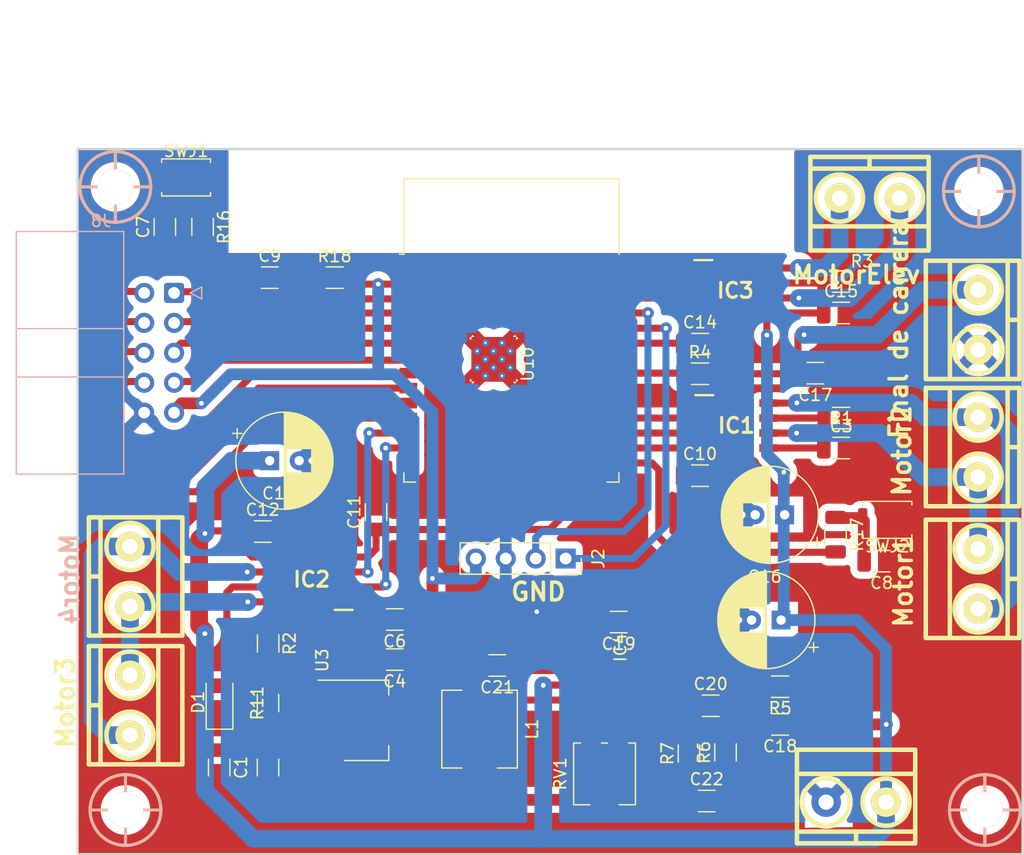
<source format=kicad_pcb>
(kicad_pcb (version 20221018) (generator pcbnew)
  (layers (0 "F.Cu" signal) (31 "B.Cu" signal) (34 "B.Paste" user) (35 "F.Paste" user) (36 "B.SilkS" user "B.Silkscreen") (37 "F.SilkS" user "F.Silkscreen") (38 "B.Mask" user) (39 "F.Mask" user) (44 "Edge.Cuts" user))
  (net 0 "")
  (net 1 "GND")
  (net 2 "/Vin")
  (net 3 "/3V3")
  (net 4 "Net-(SWJ1-B)")
  (net 5 "Net-(SWJ2-B)")
  (net 6 "/EN")
  (net 7 "Net-(J11-Pin_1)")
  (net 8 "Net-(D1-A)")
  (net 9 "/EnA")
  (net 10 "/EnB")
  (net 11 "/EN Elev")
  (net 12 "Net-(IC1-OUT2)")
  (net 13 "Net-(IC1-OUT1)")
  (net 14 "Net-(IC1-RS)")
  (net 15 "/IN3")
  (net 16 "/IN4")
  (net 17 "Net-(IC2-OUT1)")
  (net 18 "Net-(IC2-RS)")
  (net 19 "Net-(IC2-OUT2)")
  (net 20 "/IN5")
  (net 21 "/IN6")
  (net 22 "Net-(IC3-OUT1)")
  (net 23 "Net-(IC3-RS)")
  (net 24 "Net-(IC3-OUT2)")
  (net 25 "/RXD0")
  (net 26 "/TXD0")
  (net 27 "/Sen1")
  (net 28 "/Sen2")
  (net 29 "/Sen3")
  (net 30 "/Sen4")
  (net 31 "/Sen5")
  (net 32 "/Sen6")
  (net 33 "/Sen7")
  (net 34 "/FC")
  (net 35 "/BOOT")
  (net 36 "/IN2")
  (net 37 "/IN1")
  (net 47 "/Sen8")
  (net 50 "/5V")
  (net 51 "Net-(IC4-SS)")
  (net 52 "Net-(IC4-COMP)")
  (net 53 "Net-(C20-Pad2)")
  (net 54 "Net-(IC4-BS)")
  (net 55 "Net-(IC4-SW)")
  (net 56 "Net-(IC4-EN)")
  (net 57 "Net-(IC4-FB)")
  (footprint "Capacitor_SMD:C_1206_3216Metric" (layer "F.Cu") (at 145.0435 73.3596)
    (fp_text reference "C9")
    (fp_text value "0.1u")
  )
  (footprint "EESTN5:hole_3mm" (layer "F.Cu") (at 132.8045 118.5216)
    (fp_text reference "hole_3mm" hide)
    (fp_text value "VAL**" hide)
  )
  (footprint "Resistor_SMD:R_1206_3216Metric" (layer "F.Cu") (at 193.523 85.273)
    (fp_text reference "R1")
    (fp_text value "0.22")
  )
  (footprint "Resistor_SMD:R_1206_3216Metric" (layer "F.Cu") (at 193.5105 73.6906)
    (fp_text reference "R3")
    (fp_text value "0.22")
  )
  (footprint "Resistor_SMD:R_1206_3216Metric" (layer "F.Cu") (at 193.0435 95.1596 -90)
    (fp_text reference "R17")
    (fp_text value "100k")
  )
  (footprint "Capacitor_SMD:C_1206_3216Metric" (layer "F.Cu") (at 144.8949 114.9148 -90)
    (fp_text reference "C2" hide)
    (fp_text value "0.1u")
  )
  (footprint "Capacitor_SMD:C_1206_3216Metric" (layer "F.Cu") (at 182.4482 109.6772)
    (fp_text reference "C20")
    (fp_text value "4.8n")
  )
  (footprint "EESTN5:BORNERA2_AZUL" (layer "F.Cu") (at 133.1855 98.7096 -90)
    (fp_text reference "J6" hide)
    (fp_text value "Motor4")
  )
  (footprint "EESTN5:BORNERA2_AZUL" (layer "F.Cu") (at 205.13735 98.9128 90)
    (fp_text reference "J4" hide)
    (fp_text value "Motor1")
  )
  (footprint "LibraryPERSONALES:SOIC127P600X170-9N" (layer "F.Cu") (at 148.6033 98.9636 180)
    (fp_text reference "IC2")
    (fp_text value "TB67H450AFNG,EL" hide)
  )
  (footprint "Capacitor_SMD:C_1206_3216Metric" (layer "F.Cu") (at 193.5105 76.3576)
    (fp_text reference "C15")
    (fp_text value "0.1u")
  )
  (footprint "EESTN5:BORNERA2_AZUL" (layer "F.Cu") (at 195.9235 66.61035 180)
    (fp_text reference "J7" hide)
    (fp_text value "MotorElev")
  )
  (footprint "EESTN5:hole_3mm" (layer "F.Cu") (at 205.7025 118.5216)
    (fp_text reference "hole_3mm" hide)
    (fp_text value "VAL**" hide)
  )
  (footprint "Capacitor_SMD:C_1206_3216Metric" (layer "F.Cu") (at 174.6435 102.5772 180)
    (fp_text reference "C19")
    (fp_text value "0.1u")
  )
  (footprint "Resistor_SMD:R_1206_3216Metric" (layer "F.Cu") (at 144.907 104.394 -90)
    (fp_text reference "R2")
    (fp_text value "0.22")
  )
  (footprint "Button_Switch_SMD:SW_Push_SPST_NO_Alps_SKRK" (layer "F.Cu") (at 137.9435 64.8596)
    (fp_text reference "SWJ1")
    (fp_text value "SW_MEC_5G")
  )
  (footprint "LibraryPERSONALES:SO8-TH" (layer "F.Cu") (at 173.5173 108.5596 -90)
    (fp_text reference "IC4")
    (fp_text value "MP2307")
  )
  (footprint "Resistor_SMD:R_1206_3216Metric" (layer "F.Cu") (at 181.5435 81.5138)
    (fp_text reference "R4")
    (fp_text value "100k")
  )
  (footprint "Capacitor_SMD:C_1206_3216Metric" (layer "F.Cu") (at 181.5435 90.1596)
    (fp_text reference "C10")
    (fp_text value "0.1u")
  )
  (footprint "Capacitor_SMD:C_1206_3216Metric" (layer "F.Cu") (at 140.7547 114.9148 -90)
    (fp_text reference "C1")
    (fp_text value "10u")
  )
  (footprint "LibraryPERSONALES:SOIC127P600X170-9N" (layer "F.Cu") (at 184.6205 85.908)
    (fp_text reference "IC1")
    (fp_text value "TB67H450AFNG,EL" hide)
  )
  (footprint "EESTN5:BORNERA2_AZUL" (layer "F.Cu") (at 205.13735 87.7368 90)
    (fp_text reference "J3" hide)
    (fp_text value "Motor2")
  )
  (footprint "Capacitor_SMD:C_1206_3216Metric" (layer "F.Cu") (at 182.108 117.7596)
    (fp_text reference "C22")
    (fp_text value "12u")
  )
  (footprint "Capacitor_SMD:C_1206_3216Metric" (layer "F.Cu") (at 136.1435 69.0596 90)
    (fp_text reference "C7")
    (fp_text value "0.1u")
  )
  (footprint "Capacitor_SMD:C_1206_3216Metric" (layer "F.Cu") (at 144.4435 94.8996)
    (fp_text reference "C12")
    (fp_text value "0.1u")
  )
  (footprint "EESTN5:BORNERA2_AZUL" (layer "F.Cu") (at 205.1437 76.9418 90)
    (fp_text reference "J11" hide)
    (fp_text value "Final de carrera")
  )
  (footprint "Resistor_SMD:R_1206_3216Metric" (layer "F.Cu") (at 183.7056 113.6341 90)
    (fp_text reference "R6")
    (fp_text value "8.2k")
  )
  (footprint "Inductor_SMD:L_6.3x6.3_H3" (layer "F.Cu") (at 162.8435 111.6596 -90)
    (fp_text reference "L1")
    (fp_text value "2u")
  )
  (footprint "Capacitor_SMD:C_1206_3216Metric" (layer "F.Cu") (at 181.5435 78.9992)
    (fp_text reference "C14")
    (fp_text value "0.1u" hide)
  )
  (footprint "Capacitor_SMD:C_1206_3216Metric" (layer "F.Cu") (at 155.6435 105.7596 180)
    (fp_text reference "C4")
    (fp_text value "0.1u")
  )
  (footprint "RF_Module:ESP32-WROOM-32D" (layer "F.Cu") (at 165.5435 80.8216)
    (fp_text reference "U10")
    (fp_text value "ESP32-WROOM-32")
  )
  (footprint "Resistor_SMD:R_1206_3216Metric" (layer "F.Cu") (at 139.3435 69.0596 -90)
    (fp_text reference "R16")
    (fp_text value "100k")
  )
  (footprint "Capacitor_THT:CP_Radial_D8.0mm_P2.50mm" (layer "F.Cu") (at 188.720951 93.4772 180)
    (fp_text reference "C16")
    (fp_text value "100u")
  )
  (footprint "Capacitor_SMD:C_1206_3216Metric" (layer "F.Cu") (at 154.0585 93.2486 90)
    (fp_text reference "C11")
    (fp_text value "0.1u")
  )
  (footprint "Capacitor_SMD:C_1206_3216Metric" (layer "F.Cu") (at 196.9435 97.4096 180)
    (fp_text reference "C8")
    (fp_text value "0.1u")
  )
  (footprint "EESTN5:hole_3mm" (layer "F.Cu") (at 131.9435 65.6596)
    (fp_text reference "hole_3mm" hide)
    (fp_text value "VAL**" hide)
  )
  (footprint "Package_TO_SOT_SMD:SOT-223-3_TabPin2" (layer "F.Cu") (at 153.2265 110.9156)
    (fp_text reference "U3")
    (fp_text value "AMS1117-3.3")
  )
  (footprint "Resistor_SMD:R_1206_3216Metric" (layer "F.Cu") (at 144.8949 109.4538 90)
    (fp_text reference "R11")
    (fp_text value "5.1k")
  )
  (footprint "Resistor_SMD:R_1206_3216Metric" (layer "F.Cu") (at 180.6056 113.7341 90)
    (fp_text reference "R7")
    (fp_text value "8.2k")
  )
  (footprint "EESTN5:hole_3mm" (layer "F.Cu") (at 205.1945 66.0452)
    (fp_text reference "hole_3mm" hide)
    (fp_text value "VAL**" hide)
  )
  (footprint "Capacitor_THT:CP_Radial_D8.0mm_P2.50mm" (layer "F.Cu") (at 188.421351 102.409 180)
    (fp_text reference "C5" hide)
    (fp_text value "100u" hide)
  )
  (footprint "LED_SMD:LED_1206_3216Metric" (layer "F.Cu") (at 140.7801 109.3776 90)
    (fp_text reference "D1")
    (fp_text value "LED")
  )
  (footprint "Capacitor_THT:CP_Radial_D8.0mm_P2.50mm" (layer "F.Cu") (at 145.0365 88.89051)
    (fp_text reference "C13")
    (fp_text value "100u")
  )
  (footprint "Capacitor_SMD:C_1206_3216Metric" (layer "F.Cu") (at 155.6435 102.3596 180)
    (fp_text reference "C6")
    (fp_text value "10u")
  )
  (footprint "EESTN5:BORNERA2_AZUL" (layer "F.Cu") (at 194.7805 117.85485)
    (fp_text reference "J1" hide)
    (fp_text value "Alimentacion 12V" hide)
  )
  (footprint "Potentiometer_SMD:Potentiometer_Vishay_TS53YJ_Vertical" (layer "F.Cu") (at 173.4435 115.4596 90)
    (fp_text reference "RV1")
    (fp_text value "220k")
  )
  (footprint "Button_Switch_SMD:SW_Push_SPST_NO_Alps_SKRK" (layer "F.Cu") (at 197.4435 93.909 180)
    (fp_text reference "SWJ2")
    (fp_text value "SW_MEC_5G")
  )
  (footprint "Capacitor_SMD:C_1206_3216Metric" (layer "F.Cu") (at 193.523 87.813)
    (fp_text reference "C3")
    (fp_text value "0.1u")
  )
  (footprint "Resistor_SMD:R_1206_3216Metric" (layer "F.Cu") (at 150.5435 73.3596)
    (fp_text reference "R18")
    (fp_text value "10k")
  )
  (footprint "LibraryPERSONALES:SOIC127P600X170-9N" (layer "F.Cu") (at 184.5385 74.4526)
    (fp_text reference "IC3")
    (fp_text value "TB67H450AFNG,EL" hide)
  )
  (footprint "Resistor_SMD:R_1206_3216Metric" (layer "F.Cu") (at 188.3435 108.0596 180)
    (fp_text reference "R5")
    (fp_text value "100k")
  )
  (footprint "Capacitor_SMD:C_1206_3216Metric" (layer "F.Cu") (at 164.3435 106.2596 180)
    (fp_text reference "C21")
    (fp_text value "10n")
  )
  (footprint "EESTN5:BORNERA2_AZUL" (layer "F.Cu") (at 133.1855 109.6316 -90)
    (fp_text reference "J5" hide)
    (fp_text value "Motor3")
  )
  (footprint "Capacitor_SMD:C_1206_3216Metric" (layer "F.Cu") (at 191.3261 81.463 180)
    (fp_text reference "C17")
    (fp_text value "0.1u")
  )
  (footprint "Capacitor_SMD:C_1206_3216Metric" (layer "F.Cu") (at 188.3435 111.2596 180)
    (fp_text reference "C18")
    (fp_text value "12u")
  )
  (footprint "Connector_PinSocket_2.54mm:PinSocket_1x04_P2.54mm_Vertical" (layer "F.Cu") (at 170.1425 97.1856 -90)
    (fp_text reference "J2")
    (fp_text value "UART")
  )
  (footprint "Connector_IDC:IDC-Header_2x05_P2.54mm_Horizontal" (layer "B.Cu") (at 136.9272 74.6558 180)
    (fp_text reference "J8")
    (fp_text value "Screw_Terminal_01x10")
  )
  (gr_rect (start 128.7405 62.4511) (end 208.9029 122.2681) (stroke (width 0.2)) (fill none) (layer "Edge.Cuts"))
  (gr_text "GND" (at 165.3419 100.894) (layer "F.SilkS") (effects (font (size 1.5 1.5) (thickness 0.3) bold) (justify left bottom)))
  (via (at 167.6908 101.7016) (size 1.5) (drill 0.4) (layers "F.Cu" "B.Cu") (net 1))
  (segment (start 188.6435 89.8596) (end 187.3325 88.5486) (width 0.6) (layer "F.Cu") (net 2))
  (segment (start 168.2435 107.9451) (end 168.264 107.9246) (width 0.6) (layer "F.Cu") (net 2))
  (segment (start 145.8903 97.0596) (end 143.5435 97.0596) (width 0.6) (layer "F.Cu") (net 2))
  (segment (start 189.8185 111.2596) (end 189.8185 108.1721) (width 1) (layer "F.Cu") (net 2))
  (segment (start 145.8913 97.0586) (end 145.8903 97.0596) (width 0.6) (layer "F.Cu") (net 2))
  (segment (start 197.2435 111.2596) (end 189.8185 111.2596) (width 1) (layer "F.Cu") (net 2))
  (segment (start 187.3325 87.813) (end 192.048 87.813) (width 0.6) (layer "F.Cu") (net 2))
  (segment (start 139.7635 94.8396) (end 142.9085 94.8396) (width 0.6) (layer "F.Cu") (net 2))
  (segment (start 139.0529 95.5502) (end 139.0529 102.869) (width 1.5) (layer "F.Cu") (net 2))
  (segment (start 139.4435 103.4596) (end 139.5435 103.5596) (width 0.6) (layer "F.Cu") (net 2))
  (segment (start 143.5435 97.0596) (end 142.9685 96.4846) (width 0.6) (layer "F.Cu") (net 2))
  (segment (start 139.5435 95.0596) (end 139.4435 94.9596) (width 0.6) (layer "F.Cu") (net 2))
  (segment (start 187.2113 78.2372) (end 187.2113 76.3968) (width 0.6) (layer "F.Cu") (net 2))
  (segment (start 187.2505 76.3576) (end 192.0355 76.3576) (width 0.6) (layer "F.Cu") (net 2))
  (segment (start 139.5435 95.0596) (end 139.0529 95.5502) (width 1.5) (layer "F.Cu") (net 2))
  (segment (start 168.264 107.9246) (end 170.9173 107.9246) (width 0.6) (layer "F.Cu") (net 2))
  (segment (start 139.0529 102.869) (end 139.5435 103.3596) (width 1.5) (layer "F.Cu") (net 2))
  (segment (start 142.9085 94.8396) (end 142.9685 94.8996) (width 0.6) (layer "F.Cu") (net 2))
  (segment (start 139.5435 95.0596) (end 139.7635 94.8396) (width 0.6) (layer "F.Cu") (net 2))
  (segment (start 187.3325 88.5486) (end 187.3325 87.813) (width 0.6) (layer "F.Cu") (net 2))
  (segment (start 142.9685 96.4846) (end 142.9685 94.8996) (width 0.6) (layer "F.Cu") (net 2))
  (via (at 187.2113 78.2372) (size 1) (drill 0.4) (layers "F.Cu" "B.Cu") (net 2))
  (via (at 168.2435 107.9451) (size 1.5) (drill 0.4) (layers "F.Cu" "B.Cu") (net 2))
  (via (at 188.6435 89.8596) (size 1.1) (drill 0.4) (layers "F.Cu" "B.Cu") (net 2))
  (via (at 139.5435 103.5596) (size 1.5) (drill 0.4) (layers "F.Cu" "B.Cu") (net 2))
  (via (at 139.5435 95.0596) (size 1.5) (drill 0.4) (layers "F.Cu" "B.Cu") (net 2))
  (via (at 197.3435 111.2596) (size 1.1) (drill 0.4) (layers "F.Cu" "B.Cu") (net 2))
  (segment (start 196.3435 120.9596) (end 197.3205 119.9826) (width 1.5) (layer "B.Cu") (net 2))
  (segment (start 139.5435 116.8596) (end 143.6435 120.9596) (width 1.5) (layer "B.Cu") (net 2))
  (segment (start 139.5435 103.5596) (end 139.5435 116.8596) (width 1.5) (layer "B.Cu") (net 2))
  (segment (start 139.5863 95.0168) (end 139.5863 91.1168) (width 1.5) (layer "B.Cu") (net 2))
  (segment (start 139.5435 95.0596) (end 139.5863 95.0168) (width 1.5) (layer "B.Cu") (net 2))
  (segment (start 188.6435 102.186851) (end 188.6435 89.8596) (width 1) (layer "B.Cu") (net 2))
  (segment (start 188.6435 89.7596) (end 187.220951 88.337051) (width 1) (layer "B.Cu") (net 2))
  (segment (start 168.2435 107.9451) (end 168.2435 120.9596) (width 1.5) (layer "B.Cu") (net 2))
  (segment (start 194.8929 102.409) (end 197.3205 104.8366) (width 1) (layer "B.Cu") (net 2))
  (segment (start 197.3205 104.8366) (end 197.3205 117.85485) (width 1) (layer "B.Cu") (net 2))
  (segment (start 188.421351 102.409) (end 188.6435 102.186851) (width 1) (layer "B.Cu") (net 2))
  (segment (start 197.3205 119.9826) (end 197.3205 117.85485) (width 1.5) (layer "B.Cu") (net 2))
  (segment (start 188.6435 89.8596) (end 188.6435 89.7596) (width 1) (layer "B.Cu") (net 2))
  (segment (start 167.8435 120.9596) (end 196.3435 120.9596) (width 1.5) (layer "B.Cu") (net 2))
  (segment (start 139.5863 91.1168) (end 141.81259 88.89051) (width 1.5) (layer "B.Cu") (net 2))
  (segment (start 187.220951 78.246851) (end 187.2113 78.2372) (width 1) (layer "B.Cu") (net 2))
  (segment (start 143.6435 120.9596) (end 167.8435 120.9596) (width 1.5) (layer "B.Cu") (net 2))
  (segment (start 188.421351 102.409) (end 194.8929 102.409) (width 1) (layer "B.Cu") (net 2))
  (segment (start 168.2435 120.9596) (end 167.8435 120.9596) (width 1.5) (layer "B.Cu") (net 2))
  (segment (start 187.220951 88.337051) (end 187.220951 78.246851) (width 1) (layer "B.Cu") (net 2))
  (segment (start 141.81259 88.89051) (end 145.0365 88.89051) (width 1.5) (layer "B.Cu") (net 2))
  (segment (start 136.8685 84.7142) (end 136.7923 84.7142) (width 1) (layer "F.Cu") (net 3))
  (segment (start 144.8949 110.9163) (end 150.0758 110.9163) (width 1) (layer "F.Cu") (net 3))
  (segment (start 157.1435 110.1486) (end 157.1435 105.7846) (width 1) (layer "F.Cu") (net 3))
  (segment (start 150.0765 110.9156) (end 156.3765 110.9156) (width 1) (layer "F.Cu") (net 3))
  (segment (start 137.562554 84.020146) (end 136.8685 84.7142) (width 1) (layer "F.Cu") (net 3))
  (segment (start 156.725 73.9101) (end 156.7935 73.8416) (width 0.6) (layer "F.Cu") (net 3))
  (segment (start 139.247846 84.020146) (end 137.562554 84.020146) (width 1) (layer "F.Cu") (net 3))
  (segment (start 158.8435 98.8822) (end 158.8435 102.287) (width 1) (layer "F.Cu") (net 3))
  (segment (start 157.1185 102.3596) (end 157.1185 105.7596) (width 1) (layer "F.Cu") (net 3))
  (segment (start 154.2435 73.9101) (end 152.5565 73.9101) (width 0.6) (layer "F.Cu") (net 3))
  (segment (start 154.2435 73.9101) (end 156.725 73.9101) (width 0.6) (layer "F.Cu") (net 3))
  (segment (start 158.7709 102.3596) (end 157.1185 102.3596) (width 1) (layer "F.Cu") (net 3))
  (segment (start 150.0758 110.9163) (end 150.0765 110.9156) (width 1) (layer "F.Cu") (net 3))
  (segment (start 157.1435 105.7846) (end 157.1185 105.7596) (width 1) (layer "F.Cu") (net 3))
  (segment (start 152.5565 73.9101) (end 152.006 73.3596) (width 0.6) (layer "F.Cu") (net 3))
  (segment (start 158.8435 102.287) (end 158.7709 102.3596) (width 1) (layer "F.Cu") (net 3))
  (segment (start 156.3765 110.9156) (end 157.1435 110.1486) (width 1) (layer "F.Cu") (net 3))
  (via (at 139.247846 84.020146) (size 1) (drill 0.4) (layers "F.Cu" "B.Cu") (net 3))
  (via (at 154.2435 73.9101) (size 1) (drill 0.4) (layers "F.Cu" "B.Cu") (net 3))
  (via (at 158.8435 98.8822) (size 1) (drill 0.4) (layers "F.Cu" "B.Cu") (net 3))
  (segment (start 141.708392 81.5596) (end 154.2435 81.5596) (width 1) (layer "B.Cu") (net 3))
  (segment (start 154.2435 73.9101) (end 154.2435 81.5596) (width 1) (layer "B.Cu") (net 3))
  (segment (start 162.5225 98.6911) (end 162.5225 97.1856) (width 1) (layer "B.Cu") (net 3))
  (segment (start 139.247846 84.020146) (end 141.708392 81.5596) (width 1) (layer "B.Cu") (net 3))
  (segment (start 155.6435 81.5596) (end 154.2435 81.5596) (width 1) (layer "B.Cu") (net 3))
  (segment (start 158.8435 98.8822) (end 162.3314 98.8822) (width 1) (layer "B.Cu") (net 3))
  (segment (start 162.3314 98.8822) (end 162.5225 98.6911) (width 1) (layer "B.Cu") (net 3))
  (segment (start 158.8435 98.8822) (end 158.8435 84.7596) (width 1) (layer "B.Cu") (net 3))
  (segment (start 158.8435 84.7596) (end 155.6435 81.5596) (width 1) (layer "B.Cu") (net 3))
  (segment (start 139.906 67.5971) (end 140.0435 67.4596) (width 0.6) (layer "F.Cu") (net 4))
  (segment (start 136.1435 67.5846) (end 139.331 67.5846) (width 0.6) (layer "F.Cu") (net 4))
  (segment (start 140.0435 67.4596) (end 140.0435 64.8596) (width 0.6) (layer "F.Cu") (net 4))
  (segment (start 139.3435 67.5971) (end 139.906 67.5971) (width 0.6) (layer "F.Cu") (net 4))
  (segment (start 139.331 67.5846) (end 139.3435 67.5971) (width 0.6) (layer "F.Cu") (net 4))
  (segment (start 195.1865 93.752) (end 195.4435 94.009) (width 1) (layer "F.Cu") (net 5))
  (segment (start 195.4435 97.3846) (end 195.4685 97.4096) (width 1) (layer "F.Cu") (net 5))
  (segment (start 195.4435 94.009) (end 195.4435 97.3846) (width 1) (layer "F.Cu") (net 5))
  (segment (start 193.4666 93.752) (end 195.1865 93.752) (width 1) (layer "F.Cu") (net 5))
  (segment (start 156.7935 75.1116) (end 156.7455 75.1596) (width 0.6) (layer "F.Cu") (net 6))
  (segment (start 151.0435 75.1596) (end 149.081 75.1596) (width 0.6) (layer "F.Cu") (net 6))
  (segment (start 156.7455 75.1596) (end 151.0435 75.1596) (width 0.6) (layer "F.Cu") (net 6))
  (segment (start 151.0435 75.1596) (end 142.5435 75.1596) (width 0.6) (layer "F.Cu") (net 6))
  (segment (start 139.3435 71.9596) (end 139.3435 70.5221) (width 0.6) (layer "F.Cu") (net 6))
  (segment (start 149.081 75.1596) (end 149.081 73.3596) (width 0.6) (layer "F.Cu") (net 6))
  (segment (start 149.081 73.3596) (end 146.5185 73.3596) (width 0.6) (layer "F.Cu") (net 6))
  (segment (start 142.5435 75.1596) (end 139.3435 71.9596) (width 0.6) (layer "F.Cu") (net 6))
  (segment (start 189.8511 81.463) (end 189.8511 78.2181) (width 0.6) (layer "F.Cu") (net 7))
  (segment (start 189.8511 78.2181) (end 189.8626 78.2066) (width 0.6) (layer "F.Cu") (net 7))
  (segment (start 183.006 81.5138) (end 189.8003 81.5138) (width 0.6) (layer "F.Cu") (net 7))
  (segment (start 189.8626 78.2066) (end 190.373 78.2066) (width 0.6) (layer "F.Cu") (net 7))
  (via (at 190.373 78.2066) (size 1.5) (drill 0.4) (layers "F.Cu" "B.Cu") (net 7))
  (segment (start 190.3782 78.2118) (end 196.5839 78.2118) (width 1.5) (layer "B.Cu") (net 7))
  (segment (start 196.5839 78.2118) (end 200.3939 74.4018) (width 1.5) (layer "B.Cu") (net 7))
  (segment (start 200.3939 74.4018) (end 205.1437 74.4018) (width 1.5) (layer "B.Cu") (net 7))
  (segment (start 190.373 78.2066) (end 190.3782 78.2118) (width 1.5) (layer "B.Cu") (net 7))
  (segment (start 144.8812 107.9776) (end 144.8949 107.9913) (width 1) (layer "F.Cu") (net 8))
  (segment (start 140.7801 107.9776) (end 144.8812 107.9776) (width 1) (layer "F.Cu") (net 8))
  (segment (start 174.2935 87.8116) (end 179.5151 87.8116) (width 0.6) (layer "F.Cu") (net 9))
  (segment (start 179.5151 87.8116) (end 181.9071 87.8116) (width 0.6) (layer "F.Cu") (net 9))
  (segment (start 180.0685 90.1596) (end 180.0435 90.1346) (width 0.6) (layer "F.Cu") (net 9))
  (segment (start 180.0435 90.1346) (end 180.0435 87.8116) (width 0.6) (layer "F.Cu") (net 9))
  (segment (start 181.9071 87.8116) (end 181.9085 87.813) (width 0.6) (layer "F.Cu") (net 9))
  (segment (start 153.3785 97.0586) (end 154.0585 96.3786) (width 0.6) (layer "F.Cu") (net 10))
  (segment (start 154.0585 96.3786) (end 154.0585 94.7236) (width 0.6) (layer "F.Cu") (net 10))
  (segment (start 151.3153 97.0586) (end 153.3785 97.0586) (width 0.6) (layer "F.Cu") (net 10))
  (segment (start 154.0585 94.7236) (end 168.7795 94.7236) (width 0.6) (layer "F.Cu") (net 10))
  (segment (start 168.7795 94.7236) (end 169.9935 93.5096) (width 0.6) (layer "F.Cu") (net 10))
  (segment (start 169.9935 93.5096) (end 169.9935 90.3316) (width 0.6) (layer "F.Cu") (net 10))
  (segment (start 174.2935 78.9216) (end 179.7945 78.9216) (width 0.6) (layer "F.Cu") (net 11))
  (segment (start 181.8265 76.3576) (end 180.0435 76.3576) (width 0.6) (layer "F.Cu") (net 11))
  (segment (start 179.7945 78.9216) (end 179.9909 78.9216) (width 0.6) (layer "F.Cu") (net 11))
  (segment (start 179.9909 78.9216) (end 180.0685 78.9992) (width 0.6) (layer "F.Cu") (net 11))
  (segment (start 180.0435 76.3576) (end 180.0435 78.6726) (width 0.6) (layer "F.Cu") (net 11))
  (segment (start 180.0435 78.6726) (end 179.7945 78.9216) (width 0.6) (layer "F.Cu") (net 11))
  (segment (start 189.7531 83.9776) (end 189.7277 84.003) (width 0.6) (layer "F.Cu") (net 12))
  (segment (start 189.7277 84.003) (end 187.2385 84.003) (width 0.6) (layer "F.Cu") (net 12))
  (via (at 189.7531 83.9776) (size 1.5) (drill 0.4) (layers "F.Cu" "B.Cu") (net 12))
  (segment (start 200.6733 85.1968) (end 205.13735 85.1968) (width 1.5) (layer "B.Cu") (net 12))
  (segment (start 205.13735 101.4528) (end 206.8709 101.4528) (width 1.5) (layer "B.Cu") (net 12))
  (segment (start 206.5153 85.1968) (end 205.13735 85.1968) (width 1.5) (layer "B.Cu") (net 12))
  (segment (start 199.4541 83.9776) (end 200.6733 85.1968) (width 1.5) (layer "B.Cu") (net 12))
  (segment (start 207.8361 86.5176) (end 206.5153 85.1968) (width 1.5) (layer "B.Cu") (net 12))
  (segment (start 189.7531 83.9776) (end 199.4541 83.9776) (width 1.5) (layer "B.Cu") (net 12))
  (segment (start 207.8361 100.4876) (end 207.8361 86.5176) (width 1.5) (layer "B.Cu") (net 12))
  (segment (start 206.8709 101.4528) (end 207.8361 100.4876) (width 1.5) (layer "B.Cu") (net 12))
  (segment (start 189.7335 86.543) (end 187.2385 86.543) (width 0.6) (layer "F.Cu") (net 13))
  (via (at 189.7335 86.543) (size 1.5) (drill 0.4) (layers "F.Cu" "B.Cu") (net 13))
  (segment (start 205.13735 90.2768) (end 200.5463 90.2768) (width 1.5) (layer "B.Cu") (net 13))
  (segment (start 205.13735 90.2768) (end 205.13735 96.3728) (width 1.5) (layer "B.Cu") (net 13))
  (segment (start 200.5463 90.2768) (end 196.8125 86.543) (width 1.5) (layer "B.Cu") (net 13))
  (segment (start 196.8125 86.543) (end 189.7335 86.543) (width 1.5) (layer "B.Cu") (net 13))
  (segment (start 187.3325 85.273) (end 192.0605 85.273) (width 0.6) (layer "F.Cu") (net 14))
  (segment (start 154.8771 99.37) (end 154.6485 99.5986) (width 0.6) (layer "F.Cu") (net 15))
  (segment (start 154.8771 87.8116) (end 156.7935 87.8116) (width 0.6) (layer "F.Cu") (net 15))
  (segment (start 154.6485 99.5986) (end 151.3153 99.5986) (width 0.6) (layer "F.Cu") (net 15))
  (via (at 154.8771 87.8116) (size 1) (drill 0.4) (layers "F.Cu" "B.Cu") (net 15))
  (via (at 154.8771 99.37) (size 1) (drill 0.4) (layers "F.Cu" "B.Cu") (net 15))
  (segment (start 154.8771 99.37) (end 154.8771 87.8116) (width 0.6) (layer "B.Cu") (net 15))
  (segment (start 153.3531 98.3286) (end 151.3153 98.3286) (width 0.6) (layer "F.Cu") (net 16))
  (segment (start 153.4815 86.5416) (end 156.7935 86.5416) (width 0.6) (layer "F.Cu") (net 16))
  (via (at 153.3531 98.3286) (size 1) (drill 0.4) (layers "F.Cu" "B.Cu") (net 16))
  (via (at 153.4815 86.5416) (size 1) (drill 0.4) (layers "F.Cu" "B.Cu") (net 16))
  (segment (start 153.4815 86.5416) (end 153.3531 86.67) (width 0.6) (layer "B.Cu") (net 16))
  (segment (start 153.3531 86.67) (end 153.3531 98.3286) (width 0.6) (layer "B.Cu") (net 16))
  (segment (start 145.8913 98.3286) (end 143.129 98.3286) (width 0.6) (layer "F.Cu") (net 17))
  (via (at 143.129 98.3286) (size 1.5) (drill 0.4) (layers "F.Cu" "B.Cu") (net 17))
  (segment (start 137.3765 98.3286) (end 135.2175 96.1696) (width 1.5) (layer "B.Cu") (net 17))
  (segment (start 143.129 98.3286) (end 137.3765 98.3286) (width 1.5) (layer "B.Cu") (net 17))
  (segment (start 135.2175 96.1696) (end 133.1855 96.1696) (width 1.5) (layer "B.Cu") (net 17))
  (segment (start 130.0105 110.9016) (end 130.0105 96.9316) (width 1.5) (layer "B.Cu") (net 17))
  (segment (start 130.0105 96.9316) (end 130.7725 96.1696) (width 1.5) (layer "B.Cu") (net 17))
  (segment (start 133.1855 112.1716) (end 131.2805 112.1716) (width 1.5) (layer "B.Cu") (net 17))
  (segment (start 131.2805 112.1716) (end 130.0105 110.9016) (width 1.5) (layer "B.Cu") (net 17))
  (segment (start 130.7725 96.1696) (end 133.1855 96.1696) (width 1.5) (layer "B.Cu") (net 17))
  (segment (start 143.411 99.5986) (end 141.8792 99.5986) (width 0.6) (layer "F.Cu") (net 18))
  (segment (start 141.4018 102.3112) (end 142.0221 102.9315) (width 0.6) (layer "F.Cu") (net 18))
  (segment (start 141.8792 99.5986) (end 141.4018 100.076) (width 0.6) (layer "F.Cu") (net 18))
  (segment (start 141.4018 100.076) (end 141.4018 102.3112) (width 0.6) (layer "F.Cu") (net 18))
  (segment (start 142.0221 102.9315) (end 144.907 102.9315) (width 0.6) (layer "F.Cu") (net 18))
  (segment (start 145.8913 99.5986) (end 143.411 99.5986) (width 0.6) (layer "F.Cu") (net 18))
  (segment (start 145.8913 100.8686) (end 143.1798 100.8686) (width 0.6) (layer "F.Cu") (net 19))
  (via (at 143.1798 100.8686) (size 1.5) (drill 0.4) (layers "F.Cu" "B.Cu") (net 19))
  (segment (start 133.1855 101.2496) (end 133.1855 107.0916) (width 1.5) (layer "B.Cu") (net 19))
  (segment (start 133.5665 100.8686) (end 133.1855 101.2496) (width 1.5) (layer "B.Cu") (net 19))
  (segment (start 143.1798 100.8686) (end 133.5665 100.8686) (width 1.5) (layer "B.Cu") (net 19))
  (segment (start 174.3175 73.8176) (end 174.2935 73.8416) (width 0.6) (layer "F.Cu") (net 20))
  (segment (start 181.8265 73.8176) (end 174.3175 73.8176) (width 0.6) (layer "F.Cu") (net 20))
  (segment (start 174.3175 75.0876) (end 174.2935 75.1116) (width 0.6) (layer "F.Cu") (net 21))
  (segment (start 181.8265 75.0876) (end 174.3175 75.0876) (width 0.6) (layer "F.Cu") (net 21))
  (segment (start 189.9291 75.0876) (end 187.2505 75.0876) (width 0.6) (layer "F.Cu") (net 22))
  (via (at 189.9291 75.0876) (size 1.5) (drill 0.4) (layers "F.Cu" "B.Cu") (net 22))
  (segment (start 194.2471 75.0876) (end 198.4635 70.8712) (width 1.5) (layer "B.Cu") (net 22))
  (segment (start 198.4635 70.8712) (end 198.4635 66.61035) (width 1.5) (layer "B.Cu") (net 22))
  (segment (start 189.9291 75.0876) (end 194.2471 75.0876) (width 1.5) (layer "B.Cu") (net 22))
  (segment (start 191.921 73.8176) (end 192.048 73.6906) (width 0.6) (layer "F.Cu") (net 23))
  (segment (start 187.2505 73.8176) (end 191.921 73.8176) (width 0.6) (layer "F.Cu") (net 23))
  (segment (start 189.9037 72.5476) (end 187.2505 72.5476) (width 0.6) (layer "F.Cu") (net 24))
  (via (at 189.9037 72.5476) (size 1.5) (drill 0.4) (layers "F.Cu" "B.Cu") (net 24))
  (segment (start 192.1135 72.5476) (end 193.3835 71.2776) (width 1.5) (layer "B.Cu") (net 24))
  (segment (start 193.3835 71.2776) (end 193.3835 66.61035) (width 1.5) (layer "B.Cu") (net 24))
  (segment (start 189.9037 72.5476) (end 192.1135 72.5476) (width 1.5) (layer "B.Cu") (net 24))
  (segment (start 178.6515 77.6516) (end 174.2935 77.6516) (width 0.6) (layer "F.Cu") (net 25))
  (via (at 178.6515 77.6516) (size 1) (drill 0.4) (layers "F.Cu" "B.Cu") (net 25))
  (segment (start 178.6515 94.3916) (end 175.8575 97.1856) (width 0.6) (layer "B.Cu") (net 25))
  (segment (start 178.6515 77.6516) (end 178.6515 94.3916) (width 0.6) (layer "B.Cu") (net 25))
  (segment (start 175.8575 97.1856) (end 170.1425 97.1856) (width 0.6) (layer "B.Cu") (net 25))
  (segment (start 177.1275 76.3576) (end 174.3175 76.3576) (width 0.6) (layer "F.Cu") (net 26))
  (segment (start 174.3175 76.3576) (end 174.2935 76.3816) (width 0.6) (layer "F.Cu") (net 26))
  (via (at 177.1275 76.3576) (size 1) (drill 0.4) (layers "F.Cu" "B.Cu") (net 26))
  (segment (start 177.1275 76.3576) (end 177.1275 92.8676) (width 0.6) (layer "B.Cu") (net 26))
  (segment (start 167.6025 95.4076) (end 167.6025 97.1856) (width 0.6) (layer "B.Cu") (net 26))
  (segment (start 177.1275 92.8676) (end 175.0955 94.8996) (width 0.6) (layer "B.Cu") (net 26))
  (segment (start 168.1105 94.8996) (end 167.6025 95.4076) (width 0.6) (layer "B.Cu") (net 26))
  (segment (start 175.0955 94.8996) (end 168.1105 94.8996) (width 0.6) (layer "B.Cu") (net 26))
  (segment (start 129.3435 77.0246) (end 131.8393 74.5288) (width 0.6) (layer "F.Cu") (net 27))
  (segment (start 156.7935 85.2716) (end 145.0995 85.2716) (width 0.6) (layer "F.Cu") (net 27))
  (segment (start 138.8497 91.5214) (end 132.1187 91.5214) (width 0.6) (layer "F.Cu") (net 27))
  (segment (start 131.8393 74.5288) (end 134.2269 74.5288) (width 0.6) (layer "F.Cu") (net 27))
  (segment (start 134.2269 74.5288) (end 134.2523 74.5542) (width 0.6) (layer "F.Cu") (net 27))
  (segment (start 132.1187 91.5214) (end 129.3435 88.7462) (width 0.6) (layer "F.Cu") (net 27))
  (segment (start 129.3435 88.7462) (end 129.3435 77.0246) (width 0.6) (layer "F.Cu") (net 27))
  (segment (start 145.0995 85.2716) (end 138.8497 91.5214) (width 0.6) (layer "F.Cu") (net 27))
  (segment (start 156.7935 85.2716) (end 156.7695 85.2476) (width 0.6) (layer "F.Cu") (net 27))
  (segment (start 131.6869 77.0942) (end 134.2523 77.0942) (width 0.6) (layer "F.Cu") (net 28))
  (segment (start 130.3435 88.019) (end 130.3435 78.4376) (width 0.6) (layer "F.Cu") (net 28))
  (segment (start 132.6521 90.3276) (end 130.3435 88.019) (width 0.6) (layer "F.Cu") (net 28))
  (segment (start 138.1131 90.3276) (end 132.6521 90.3276) (width 0.6) (layer "F.Cu") (net 28))
  (segment (start 130.3435 78.4376) (end 131.6869 77.0942) (width 0.6) (layer "F.Cu") (net 28))
  (segment (start 144.4391 84.0016) (end 138.1131 90.3276) (width 0.6) (layer "F.Cu") (net 28))
  (segment (start 156.7935 84.0016) (end 144.4391 84.0016) (width 0.6) (layer "F.Cu") (net 28))
  (segment (start 132.2965 79.6342) (end 134.2523 79.6342) (width 0.6) (layer "F.Cu") (net 29))
  (segment (start 144.0835 82.7316) (end 137.5543 89.2608) (width 0.6) (layer "F.Cu") (net 29))
  (segment (start 137.5543 89.2608) (end 133.1093 89.2608) (width 0.6) (layer "F.Cu") (net 29))
  (segment (start 131.3821 87.5336) (end 131.3821 80.5486) (width 0.6) (layer "F.Cu") (net 29))
  (segment (start 133.1093 89.2608) (end 131.3821 87.5336) (width 0.6) (layer "F.Cu") (net 29))
  (segment (start 156.7935 82.7316) (end 144.0835 82.7316) (width 0.6) (layer "F.Cu") (net 29))
  (segment (start 131.3821 80.5486) (end 132.2965 79.6342) (width 0.6) (layer "F.Cu") (net 29))
  (segment (start 156.7935 81.4616) (end 143.7279 81.4616) (width 0.6) (layer "F.Cu") (net 30))
  (segment (start 133.8967 87.9908) (end 132.4235 86.5176) (width 0.6) (layer "F.Cu") (net 30))
  (segment (start 132.4235 86.5176) (end 132.4235 82.7076) (width 0.6) (layer "F.Cu") (net 30))
  (segment (start 132.9569 82.1742) (end 134.2523 82.1742) (width 0.6) (layer "F.Cu") (net 30))
  (segment (start 137.1987 87.9908) (end 133.8967 87.9908) (width 0.6) (layer "F.Cu") (net 30))
  (segment (start 143.7279 81.4616) (end 137.1987 87.9908) (width 0.6) (layer "F.Cu") (net 30))
  (segment (start 132.4235 82.7076) (end 132.9569 82.1742) (width 0.6) (layer "F.Cu") (net 30))
  (segment (start 136.7923 82.1742) (end 139.1291 82.1742) (width 0.6) (layer "F.Cu") (net 31))
  (segment (start 140.9437 80.3596) (end 156.6255 80.3596) (width 0.6) (layer "F.Cu") (net 31))
  (segment (start 156.6255 80.3596) (end 156.7935 80.1916) (width 0.6) (layer "F.Cu") (net 31))
  (segment (start 139.1291 82.1742) (end 140.9437 80.3596) (width 0.6) (layer "F.Cu") (net 31))
  (segment (start 137.5049 78.9216) (end 136.7923 79.6342) (width 0.6) (layer "F.Cu") (net 32))
  (segment (start 156.7935 78.9216) (end 137.5049 78.9216) (width 0.6) (layer "F.Cu") (net 32))
  (segment (start 156.7935 77.6516) (end 141.3883 77.6516) (width 0.6) (layer "F.Cu") (net 33))
  (segment (start 140.8309 77.0942) (end 136.7923 77.0942) (width 0.6) (layer "F.Cu") (net 33))
  (segment (start 141.3883 77.6516) (end 140.8309 77.0942) (width 0.6) (layer "F.Cu") (net 33))
  (segment (start 180.081 81.5138) (end 180.0288 81.4616) (width 0.6) (layer "F.Cu") (net 34))
  (segment (start 180.0288 81.4616) (end 174.2935 81.4616) (width 0.6) (layer "F.Cu") (net 34))
  (segment (start 174.2949 81.463) (end 174.2935 81.4616) (width 0.6) (layer "F.Cu") (net 34))
  (segment (start 193.006 96.6596) (end 179.3435 96.6596) (width 0.6) (layer "F.Cu") (net 35))
  (segment (start 178.0435 89.6596) (end 177.4655 89.0816) (width 0.6) (layer "F.Cu") (net 35))
  (segment (start 177.4655 89.0816) (end 174.2935 89.0816) (width 0.6) (layer "F.Cu") (net 35))
  (segment (start 193.0435 96.6221) (end 193.006 96.6596) (width 0.6) (layer "F.Cu") (net 35))
  (segment (start 178.0435 95.3596) (end 178.0435 89.6596) (width 0.6) (layer "F.Cu") (net 35))
  (segment (start 179.3435 96.6596) (end 178.0435 95.3596) (width 0.6) (layer "F.Cu") (net 35))
  (segment (start 181.9071 85.2716) (end 181.9085 85.273) (width 0.6) (layer "F.Cu") (net 36))
  (segment (start 174.2935 85.2716) (end 181.9071 85.2716) (width 0.6) (layer "F.Cu") (net 36))
  (segment (start 174.2949 86.543) (end 174.2935 86.5416) (width 0.6) (layer "F.Cu") (net 37))
  (segment (start 181.9085 86.543) (end 174.2949 86.543) (width 0.6) (layer "F.Cu") (net 37))
  (segment (start 156.7715 76.3596) (end 141.9251 76.3596) (width 0.6) (layer "F.Cu") (net 47))
  (segment (start 140.1197 74.5542) (end 136.7923 74.5542) (width 0.6) (layer "F.Cu") (net 47))
  (segment (start 156.7935 76.3816) (end 156.7715 76.3596) (width 0.6) (layer "F.Cu") (net 47))
  (segment (start 141.9251 76.3596) (end 140.1197 74.5542) (width 0.6) (layer "F.Cu") (net 47))
  (segment (start 172.2435 113.5096) (end 172.2935 113.4596) (width 1) (layer "F.Cu") (net 50))
  (segment (start 162.9435 114.5096) (end 162.8435 114.4096) (width 1) (layer "F.Cu") (net 50))
  (segment (start 150.0765 113.2156) (end 150.0765 115.8926) (width 1) (layer "F.Cu") (net 50))
  (segment (start 180.533 117.6596) (end 180.633 117.7596) (width 1) (layer "F.Cu") (net 50))
  (segment (start 150.0765 115.8926) (end 151.8435 117.6596) (width 1) (layer "F.Cu") (net 50))
  (segment (start 140.7845 113.4696) (end 149.8225 113.4696) (width 1) (layer "F.Cu") (net 50))
  (segment (start 149.8225 113.4696) (end 150.0765 113.2156) (width 1) (layer "F.Cu") (net 50))
  (segment (start 140.7547 113.4398) (end 140.7845 113.4696) (width 1) (layer "F.Cu") (net 50))
  (segment (start 173.4435 117.4596) (end 172.2435 117.4596) (width 1) (layer "F.Cu") (net 50))
  (segment (start 163.0665 117.6596) (end 180.533 117.6596) (width 1) (layer "F.Cu") (net 50))
  (segment (start 162.8273 117.6328) (end 162.8273 114.4828) (width 1) (layer "F.Cu") (net 50))
  (segment (start 151.8435 117.6596) (end 162.9435 117.6596) (width 1) (layer "F.Cu") (net 50))
  (segment (start 172.2435 117.4596) (end 172.2435 113.5096) (width 1) (layer "F.Cu") (net 50))
  (segment (start 177.5899 106.6546) (end 178.2959 105.9486) (width 0.6) (layer "F.Cu") (net 51))
  (segment (start 178.2959 102.9514) (end 177.9217 102.5772) (width 0.6) (layer "F.Cu") (net 51))
  (segment (start 176.1173 106.6546) (end 177.5899 106.6546) (width 0.6) (layer "F.Cu") (net 51))
  (segment (start 178.2959 105.9486) (end 178.2959 102.9514) (width 0.6) (layer "F.Cu") (net 51))
  (segment (start 177.9217 102.5772) (end 176.1185 102.5772) (width 0.6) (layer "F.Cu") (net 51))
  (segment (start 176.1173 109.1946) (end 180.8035 109.1946) (width 0.6) (layer "F.Cu") (net 52))
  (segment (start 183.9232 111.954) (end 183.7056 112.1716) (width 1) (layer "F.Cu") (net 53))
  (segment (start 183.9232 109.6772) (end 183.9232 111.954) (width 1) (layer "F.Cu") (net 53))
  (segment (start 165.8185 106.2596) (end 166.2441 106.6852) (width 0.6) (layer "F.Cu") (net 54))
  (segment (start 166.2441 106.6852) (end 170.8867 106.6852) (width 0.6) (layer "F.Cu") (net 54))
  (segment (start 170.8867 106.6852) (end 170.9173 106.6546) (width 0.6) (layer "F.Cu") (net 54))
  (segment (start 163.1285 109.1946) (end 162.8435 108.9096) (width 0.6) (layer "F.Cu") (net 55))
  (segment (start 162.8435 108.9096) (end 162.8685 108.8846) (width 0.6) (layer "F.Cu") (net 55))
  (segment (start 162.8685 108.8846) (end 162.8685 106.2596) (width 0.6) (layer "F.Cu") (net 55))
  (segment (start 170.9173 109.1946) (end 163.1285 109.1946) (width 0.6) (layer "F.Cu") (net 55))
  (segment (start 186.646 107.9246) (end 186.781 108.0596) (width 0.6) (layer "F.Cu") (net 56))
  (segment (start 176.1173 107.9246) (end 176.1523 107.9596) (width 0.6) (layer "F.Cu") (net 56))
  (segment (start 176.1173 107.9246) (end 186.646 107.9246) (width 0.6) (layer "F.Cu") (net 56))
  (segment (start 179.606 112.2596) (end 174.6435 112.2596) (width 0.6) (layer "F.Cu") (net 57))
  (segment (start 174.5935 112.3096) (end 174.5935 113.4596) (width 0.6) (layer "F.Cu") (net 57))
  (segment (start 176.1173 110.4646) (end 179.2485 110.4646) (width 0.6) (layer "F.Cu") (net 57))
  (segment (start 174.6435 112.2596) (end 174.5935 112.3096) (width 0.6) (layer "F.Cu") (net 57))
  (segment (start 179.2485 110.4646) (end 179.6435 110.8596) (width 0.6) (layer "F.Cu") (net 57))
  (segment (start 179.6435 110.8596) (end 179.6435 112.2971) (width 0.6) (layer "F.Cu") (net 57))
  (segment (start 180.6056 112.2716) (end 180.5681 112.2341) (width 0.6) (layer "F.Cu") (net 57))
  (zone (net 0) (net_name "") (layer "F.Cu") (connect_pads thru_hole_only (clearance 0)) (min_thickness 0.6)
    (keepout (tracks not_allowed) (vias not_allowed) (pads not_allowed) (copperpour not_allowed) (footprints allowed))
    (fill (thermal_gap 1) (thermal_bridge_width 1))
    (polygon (pts (xy 163.806092 95.96109) (xy 166.320692 95.85949) (xy 166.219092 98.50109) (xy 163.806092 98.39949)))
  )
  (zone (net 0) (net_name "") (layer "F.Cu") (connect_pads thru_hole_only (clearance 0)) (min_thickness 0.6)
    (keepout (tracks not_allowed) (vias not_allowed) (pads not_allowed) (copperpour not_allowed) (footprints allowed))
    (fill (thermal_gap 1) (thermal_bridge_width 1))
    (polygon (pts (xy 146.305492 87.6212) (xy 148.820092 87.5196) (xy 148.718492 90.1612) (xy 146.305492 90.0596)))
  )
  (zone (net 0) (net_name "") (layer "F.Cu") (connect_pads thru_hole_only (clearance 0)) (min_thickness 0.6)
    (keepout (tracks not_allowed) (vias not_allowed) (pads not_allowed) (copperpour not_allowed) (footprints allowed))
    (fill (thermal_gap 1) (thermal_bridge_width 1))
    (polygon (pts (xy 190.3863 115.9308) (xy 194.4757 115.9054) (xy 194.5011 119.9694) (xy 190.4371 120.0202)))
  )
  (zone (net 0) (net_name "") (layer "F.Cu") (connect_pads (clearance 0)) (min_thickness 0.25)
    (keepout (tracks not_allowed) (vias not_allowed) (pads not_allowed) (copperpour not_allowed) (footprints allowed))
    (fill (thermal_gap 0.5) (thermal_bridge_width 0.5))
    (polygon (pts (xy 184.2715 100.8596) (xy 184.2715 103.9076) (xy 189.8595 103.9076) (xy 189.8595 100.8596) (xy 188.8435 100.8596)))
  )
  (zone (net 0) (net_name "") (layer "F.Cu") (connect_pads (clearance 0)) (min_thickness 0.25)
    (keepout (tracks not_allowed) (vias not_allowed) (pads not_allowed) (copperpour not_allowed) (footprints allowed))
    (fill (thermal_gap 0.5) (thermal_bridge_width 0.5))
    (polygon (pts (xy 184.707751 91.9278) (xy 184.707751 94.9758) (xy 190.295751 94.9758) (xy 190.295751 91.9278) (xy 189.279751 91.9278)))
  )
  (zone (net 0) (net_name "") (layer "F.Cu") (connect_pads thru_hole_only (clearance 0)) (min_thickness 0.6)
    (keepout (tracks not_allowed) (vias not_allowed) (pads not_allowed) (copperpour not_allowed) (footprints allowed))
    (fill (thermal_gap 1) (thermal_bridge_width 1))
    (polygon (pts (xy 133.0331 83.495) (xy 135.5477 83.3934) (xy 135.4461 86.035) (xy 133.0331 85.9334)))
  )
  (zone (net 1) (net_name "GND") (layers "F&B.Cu") (connect_pads thru_hole_only (clearance 0.6)) (min_thickness 0.5) (fill yes (thermal_gap 1) (thermal_bridge_width 1))
    (polygon (pts (xy 128.7659 122.2808) (xy 128.7659 62.4384) (xy 209.0299 62.3368) (xy 209.0299 122.1792)))
  )
  (zone (net 0) (net_name "") (layer "B.Cu") (connect_pads (clearance 0)) (min_thickness 0.25)
    (keepout (tracks not_allowed) (vias not_allowed) (pads not_allowed) (copperpour not_allowed) (footprints allowed))
    (fill (thermal_gap 0.5) (thermal_bridge_width 0.5))
    (polygon (pts (xy 161.8113 78.0594) (xy 166.6373 78.0086) (xy 166.8913 82.4536) (xy 161.6081 82.3266)))
  )
)
</source>
